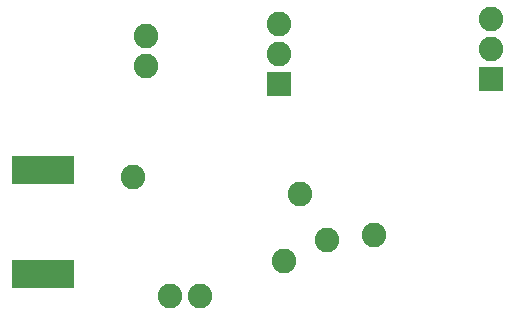
<source format=gbs>
G75*
%MOIN*%
%OFA0B0*%
%FSLAX25Y25*%
%IPPOS*%
%LPD*%
%AMOC8*
5,1,8,0,0,1.08239X$1,22.5*
%
%ADD10C,0.08200*%
%ADD11R,0.20800X0.09800*%
%ADD12R,0.08200X0.08200*%
D10*
X0119972Y0090638D03*
X0170405Y0062606D03*
X0184460Y0069575D03*
X0200248Y0071228D03*
X0175484Y0084929D03*
X0142295Y0050874D03*
X0132295Y0050874D03*
X0124106Y0127528D03*
X0124106Y0137528D03*
X0168731Y0141543D03*
X0168731Y0131543D03*
X0239243Y0133197D03*
X0239243Y0143197D03*
D11*
X0090072Y0058238D03*
X0090072Y0093038D03*
D12*
X0168731Y0121543D03*
X0239243Y0123197D03*
M02*

</source>
